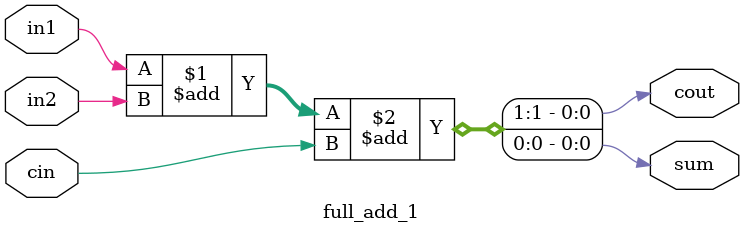
<source format=v>
module full_add_1(
	input		wire	in1,
	input		wire	in2,
	input		wire	cin,

	output	wire	sum,
	output	wire	cout
);

assign	{cout,sum} = in1 + in2 + cin;

endmodule

</source>
